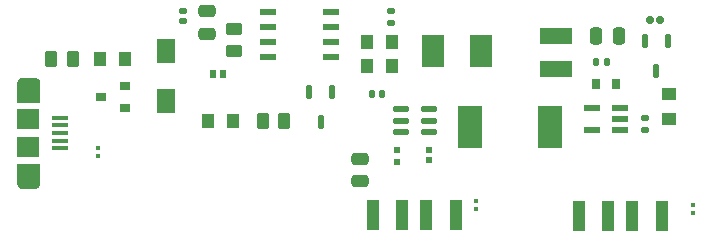
<source format=gbr>
%TF.GenerationSoftware,KiCad,Pcbnew,7.0.8*%
%TF.CreationDate,2024-10-30T19:33:40-07:00*%
%TF.ProjectId,ECE196Team13,45434531-3936-4546-9561-6d31332e6b69,1*%
%TF.SameCoordinates,Original*%
%TF.FileFunction,Paste,Top*%
%TF.FilePolarity,Positive*%
%FSLAX46Y46*%
G04 Gerber Fmt 4.6, Leading zero omitted, Abs format (unit mm)*
G04 Created by KiCad (PCBNEW 7.0.8) date 2024-10-30 19:33:40*
%MOMM*%
%LPD*%
G01*
G04 APERTURE LIST*
G04 Aperture macros list*
%AMRoundRect*
0 Rectangle with rounded corners*
0 $1 Rounding radius*
0 $2 $3 $4 $5 $6 $7 $8 $9 X,Y pos of 4 corners*
0 Add a 4 corners polygon primitive as box body*
4,1,4,$2,$3,$4,$5,$6,$7,$8,$9,$2,$3,0*
0 Add four circle primitives for the rounded corners*
1,1,$1+$1,$2,$3*
1,1,$1+$1,$4,$5*
1,1,$1+$1,$6,$7*
1,1,$1+$1,$8,$9*
0 Add four rect primitives between the rounded corners*
20,1,$1+$1,$2,$3,$4,$5,0*
20,1,$1+$1,$4,$5,$6,$7,0*
20,1,$1+$1,$6,$7,$8,$9,0*
20,1,$1+$1,$8,$9,$2,$3,0*%
G04 Aperture macros list end*
%ADD10C,0.010000*%
%ADD11RoundRect,0.158750X-0.158750X0.158750X-0.158750X-0.158750X0.158750X-0.158750X0.158750X0.158750X0*%
%ADD12R,0.790000X0.930000*%
%ADD13R,1.200000X1.100000*%
%ADD14RoundRect,0.079500X-0.100500X0.079500X-0.100500X-0.079500X0.100500X-0.079500X0.100500X0.079500X0*%
%ADD15RoundRect,0.147500X-0.147500X0.457500X-0.147500X-0.457500X0.147500X-0.457500X0.147500X0.457500X0*%
%ADD16R,0.900000X0.800000*%
%ADD17RoundRect,0.250000X0.475000X-0.250000X0.475000X0.250000X-0.475000X0.250000X-0.475000X-0.250000X0*%
%ADD18R,1.500000X2.120000*%
%ADD19RoundRect,0.250000X0.250000X0.475000X-0.250000X0.475000X-0.250000X-0.475000X0.250000X-0.475000X0*%
%ADD20RoundRect,0.143100X-0.156900X0.126900X-0.156900X-0.126900X0.156900X-0.126900X0.156900X0.126900X0*%
%ADD21RoundRect,0.143100X-0.126900X-0.156900X0.126900X-0.156900X0.126900X0.156900X-0.126900X0.156900X0*%
%ADD22RoundRect,0.135000X0.185000X-0.135000X0.185000X0.135000X-0.185000X0.135000X-0.185000X-0.135000X0*%
%ADD23RoundRect,0.135000X-0.185000X0.135000X-0.185000X-0.135000X0.185000X-0.135000X0.185000X0.135000X0*%
%ADD24RoundRect,0.147500X0.537500X0.147500X-0.537500X0.147500X-0.537500X-0.147500X0.537500X-0.147500X0*%
%ADD25RoundRect,0.250000X-0.450000X0.262500X-0.450000X-0.262500X0.450000X-0.262500X0.450000X0.262500X0*%
%ADD26RoundRect,0.079500X0.100500X-0.079500X0.100500X0.079500X-0.100500X0.079500X-0.100500X-0.079500X0*%
%ADD27RoundRect,0.250000X-0.262500X-0.450000X0.262500X-0.450000X0.262500X0.450000X-0.262500X0.450000X0*%
%ADD28R,1.100000X1.200000*%
%ADD29R,1.100000X2.500000*%
%ADD30R,2.000000X3.600000*%
%ADD31R,1.400000X0.600000*%
%ADD32RoundRect,0.250000X-0.475000X0.250000X-0.475000X-0.250000X0.475000X-0.250000X0.475000X0.250000X0*%
%ADD33R,0.600000X0.540000*%
%ADD34R,0.500000X0.475000*%
%ADD35R,0.560000X0.680000*%
%ADD36RoundRect,0.250000X0.262500X0.450000X-0.262500X0.450000X-0.262500X-0.450000X0.262500X-0.450000X0*%
%ADD37R,1.350000X0.400000*%
%ADD38R,1.900000X1.800000*%
%ADD39R,2.810000X1.370000*%
%ADD40R,1.981200X2.794000*%
%ADD41RoundRect,0.073750X0.611250X0.221250X-0.611250X0.221250X-0.611250X-0.221250X0.611250X-0.221250X0*%
%ADD42RoundRect,0.143100X0.126900X0.156900X-0.126900X0.156900X-0.126900X-0.156900X0.126900X-0.156900X0*%
G04 APERTURE END LIST*
%TO.C,I1*%
D10*
X136226500Y-48351000D02*
X136252500Y-48353000D01*
X136278500Y-48356000D01*
X136303500Y-48361000D01*
X136329500Y-48367000D01*
X136354500Y-48374000D01*
X136379500Y-48383000D01*
X136403500Y-48393000D01*
X136426500Y-48404000D01*
X136449500Y-48417000D01*
X136472500Y-48431000D01*
X136493500Y-48445000D01*
X136514500Y-48461000D01*
X136534500Y-48478000D01*
X136553500Y-48496000D01*
X136571500Y-48515000D01*
X136588500Y-48535000D01*
X136604500Y-48556000D01*
X136619500Y-48578000D01*
X136633500Y-48600000D01*
X136645500Y-48623000D01*
X136656500Y-48647000D01*
X136666500Y-48671000D01*
X136675500Y-48695000D01*
X136682500Y-48721000D01*
X136689500Y-48746000D01*
X136693500Y-48772000D01*
X136697500Y-48798000D01*
X136699500Y-48824000D01*
X136699500Y-48850000D01*
X136700000Y-50425000D01*
X136699500Y-50425000D01*
X134799500Y-50425000D01*
X134799500Y-48850000D01*
X134800500Y-48824000D01*
X134802500Y-48798000D01*
X134806500Y-48772000D01*
X134810500Y-48746000D01*
X134817500Y-48721000D01*
X134824500Y-48695000D01*
X134833500Y-48671000D01*
X134843500Y-48647000D01*
X134854500Y-48623000D01*
X134866500Y-48600000D01*
X134880500Y-48578000D01*
X134895500Y-48556000D01*
X134911500Y-48535000D01*
X134928500Y-48515000D01*
X134946500Y-48496000D01*
X134965500Y-48478000D01*
X134985500Y-48461000D01*
X135006500Y-48445000D01*
X135027500Y-48431000D01*
X135049500Y-48417000D01*
X135073500Y-48404000D01*
X135096500Y-48393000D01*
X135120500Y-48383000D01*
X135145500Y-48374000D01*
X135170500Y-48367000D01*
X135196500Y-48361000D01*
X135221500Y-48356000D01*
X135247500Y-48353000D01*
X135273500Y-48351000D01*
X135299500Y-48350000D01*
X136200500Y-48350000D01*
X136226500Y-48351000D01*
G36*
X136226500Y-48351000D02*
G01*
X136252500Y-48353000D01*
X136278500Y-48356000D01*
X136303500Y-48361000D01*
X136329500Y-48367000D01*
X136354500Y-48374000D01*
X136379500Y-48383000D01*
X136403500Y-48393000D01*
X136426500Y-48404000D01*
X136449500Y-48417000D01*
X136472500Y-48431000D01*
X136493500Y-48445000D01*
X136514500Y-48461000D01*
X136534500Y-48478000D01*
X136553500Y-48496000D01*
X136571500Y-48515000D01*
X136588500Y-48535000D01*
X136604500Y-48556000D01*
X136619500Y-48578000D01*
X136633500Y-48600000D01*
X136645500Y-48623000D01*
X136656500Y-48647000D01*
X136666500Y-48671000D01*
X136675500Y-48695000D01*
X136682500Y-48721000D01*
X136689500Y-48746000D01*
X136693500Y-48772000D01*
X136697500Y-48798000D01*
X136699500Y-48824000D01*
X136699500Y-48850000D01*
X136700000Y-50425000D01*
X136699500Y-50425000D01*
X134799500Y-50425000D01*
X134799500Y-48850000D01*
X134800500Y-48824000D01*
X134802500Y-48798000D01*
X134806500Y-48772000D01*
X134810500Y-48746000D01*
X134817500Y-48721000D01*
X134824500Y-48695000D01*
X134833500Y-48671000D01*
X134843500Y-48647000D01*
X134854500Y-48623000D01*
X134866500Y-48600000D01*
X134880500Y-48578000D01*
X134895500Y-48556000D01*
X134911500Y-48535000D01*
X134928500Y-48515000D01*
X134946500Y-48496000D01*
X134965500Y-48478000D01*
X134985500Y-48461000D01*
X135006500Y-48445000D01*
X135027500Y-48431000D01*
X135049500Y-48417000D01*
X135073500Y-48404000D01*
X135096500Y-48393000D01*
X135120500Y-48383000D01*
X135145500Y-48374000D01*
X135170500Y-48367000D01*
X135196500Y-48361000D01*
X135221500Y-48356000D01*
X135247500Y-48353000D01*
X135273500Y-48351000D01*
X135299500Y-48350000D01*
X136200500Y-48350000D01*
X136226500Y-48351000D01*
G37*
X136699500Y-57200000D02*
X136699500Y-57226000D01*
X136697500Y-57252000D01*
X136693500Y-57278000D01*
X136689500Y-57304000D01*
X136682500Y-57329000D01*
X136675500Y-57355000D01*
X136666500Y-57379000D01*
X136656500Y-57403000D01*
X136645500Y-57427000D01*
X136633500Y-57450000D01*
X136619500Y-57472000D01*
X136604500Y-57494000D01*
X136588500Y-57515000D01*
X136571500Y-57535000D01*
X136553500Y-57554000D01*
X136534500Y-57572000D01*
X136514500Y-57589000D01*
X136493500Y-57605000D01*
X136472500Y-57619000D01*
X136449500Y-57633000D01*
X136426500Y-57646000D01*
X136403500Y-57657000D01*
X136379500Y-57667000D01*
X136354500Y-57676000D01*
X136329500Y-57683000D01*
X136303500Y-57689000D01*
X136278500Y-57694000D01*
X136252500Y-57697000D01*
X136226500Y-57699000D01*
X136200500Y-57700000D01*
X135299500Y-57700000D01*
X135273500Y-57699000D01*
X135247500Y-57697000D01*
X135221500Y-57694000D01*
X135196500Y-57689000D01*
X135170500Y-57683000D01*
X135145500Y-57676000D01*
X135120500Y-57667000D01*
X135096500Y-57657000D01*
X135073500Y-57646000D01*
X135049500Y-57633000D01*
X135027500Y-57619000D01*
X135006500Y-57605000D01*
X134985500Y-57589000D01*
X134965500Y-57572000D01*
X134946500Y-57554000D01*
X134928500Y-57535000D01*
X134911500Y-57515000D01*
X134895500Y-57494000D01*
X134880500Y-57472000D01*
X134866500Y-57450000D01*
X134854500Y-57427000D01*
X134843500Y-57403000D01*
X134833500Y-57379000D01*
X134824500Y-57355000D01*
X134817500Y-57329000D01*
X134810500Y-57304000D01*
X134806500Y-57278000D01*
X134802500Y-57252000D01*
X134800500Y-57226000D01*
X134799500Y-57200000D01*
X134800000Y-55625000D01*
X136699500Y-55625000D01*
X136699500Y-57200000D01*
G36*
X136699500Y-57200000D02*
G01*
X136699500Y-57226000D01*
X136697500Y-57252000D01*
X136693500Y-57278000D01*
X136689500Y-57304000D01*
X136682500Y-57329000D01*
X136675500Y-57355000D01*
X136666500Y-57379000D01*
X136656500Y-57403000D01*
X136645500Y-57427000D01*
X136633500Y-57450000D01*
X136619500Y-57472000D01*
X136604500Y-57494000D01*
X136588500Y-57515000D01*
X136571500Y-57535000D01*
X136553500Y-57554000D01*
X136534500Y-57572000D01*
X136514500Y-57589000D01*
X136493500Y-57605000D01*
X136472500Y-57619000D01*
X136449500Y-57633000D01*
X136426500Y-57646000D01*
X136403500Y-57657000D01*
X136379500Y-57667000D01*
X136354500Y-57676000D01*
X136329500Y-57683000D01*
X136303500Y-57689000D01*
X136278500Y-57694000D01*
X136252500Y-57697000D01*
X136226500Y-57699000D01*
X136200500Y-57700000D01*
X135299500Y-57700000D01*
X135273500Y-57699000D01*
X135247500Y-57697000D01*
X135221500Y-57694000D01*
X135196500Y-57689000D01*
X135170500Y-57683000D01*
X135145500Y-57676000D01*
X135120500Y-57667000D01*
X135096500Y-57657000D01*
X135073500Y-57646000D01*
X135049500Y-57633000D01*
X135027500Y-57619000D01*
X135006500Y-57605000D01*
X134985500Y-57589000D01*
X134965500Y-57572000D01*
X134946500Y-57554000D01*
X134928500Y-57535000D01*
X134911500Y-57515000D01*
X134895500Y-57494000D01*
X134880500Y-57472000D01*
X134866500Y-57450000D01*
X134854500Y-57427000D01*
X134843500Y-57403000D01*
X134833500Y-57379000D01*
X134824500Y-57355000D01*
X134817500Y-57329000D01*
X134810500Y-57304000D01*
X134806500Y-57278000D01*
X134802500Y-57252000D01*
X134800500Y-57226000D01*
X134799500Y-57200000D01*
X134800000Y-55625000D01*
X136699500Y-55625000D01*
X136699500Y-57200000D01*
G37*
%TD*%
D11*
%TO.C,R6*%
X189269500Y-43457500D03*
X188380500Y-43457500D03*
%TD*%
D12*
%TO.C,R5*%
X185495000Y-48875000D03*
X183855000Y-48875000D03*
%TD*%
D13*
%TO.C,L4*%
X190025000Y-49725000D03*
X190025000Y-51825000D03*
%TD*%
D14*
%TO.C,C6*%
X173700000Y-58775000D03*
X173700000Y-59465000D03*
%TD*%
D15*
%TO.C,M2*%
X161445000Y-49590000D03*
X159545000Y-49590000D03*
X160495000Y-52100000D03*
%TD*%
D16*
%TO.C,M1*%
X143975000Y-50950000D03*
X143975000Y-49050000D03*
X141875000Y-50000000D03*
%TD*%
D17*
%TO.C,C4*%
X163875000Y-57100000D03*
X163875000Y-55200000D03*
%TD*%
D18*
%TO.C,D1*%
X147450000Y-50340000D03*
X147450000Y-46110000D03*
%TD*%
D19*
%TO.C,C1*%
X185725000Y-44850000D03*
X183825000Y-44850000D03*
%TD*%
D20*
%TO.C,C2a1*%
X148850000Y-42670000D03*
X148850000Y-43530000D03*
%TD*%
D21*
%TO.C,C2*%
X164845000Y-49755000D03*
X165705000Y-49755000D03*
%TD*%
D22*
%TO.C,R1b1*%
X188000000Y-52810000D03*
X188000000Y-51790000D03*
%TD*%
D23*
%TO.C,R1a1*%
X166470000Y-42660000D03*
X166470000Y-43680000D03*
%TD*%
D24*
%TO.C,U2*%
X169645000Y-52937500D03*
X169645000Y-51987500D03*
X169645000Y-51037500D03*
X167305000Y-51037500D03*
X167305000Y-51987500D03*
X167305000Y-52937500D03*
%TD*%
D25*
%TO.C,R2*%
X153145000Y-44232500D03*
X153145000Y-46057500D03*
%TD*%
D26*
%TO.C,C6a1*%
X141650000Y-54995000D03*
X141650000Y-54305000D03*
%TD*%
D27*
%TO.C,R7a1*%
X137712500Y-46775000D03*
X139537500Y-46775000D03*
%TD*%
D28*
%TO.C,L2*%
X164420000Y-47395000D03*
X166520000Y-47395000D03*
%TD*%
%TO.C,L1*%
X164420000Y-45295000D03*
X166520000Y-45295000D03*
%TD*%
D29*
%TO.C,O1*%
X171925000Y-59975000D03*
X169425000Y-59975000D03*
X167425000Y-59975000D03*
X164925000Y-59975000D03*
%TD*%
%TO.C,O2*%
X189375000Y-60025000D03*
X186875000Y-60025000D03*
X184875000Y-60025000D03*
X182375000Y-60025000D03*
%TD*%
D30*
%TO.C,D2*%
X173162500Y-52525000D03*
X179962500Y-52525000D03*
%TD*%
D31*
%TO.C,U1*%
X156020000Y-42815000D03*
X156020000Y-44085000D03*
X156020000Y-45355000D03*
X156020000Y-46625000D03*
X161420000Y-46625000D03*
X161420000Y-45355000D03*
X161420000Y-44085000D03*
X161420000Y-42815000D03*
%TD*%
D15*
%TO.C,M2*%
X189875000Y-45265000D03*
X187975000Y-45265000D03*
X188925000Y-47775000D03*
%TD*%
D32*
%TO.C,C1a1*%
X150925000Y-42725000D03*
X150925000Y-44625000D03*
%TD*%
D26*
%TO.C,C6*%
X192060000Y-59800000D03*
X192060000Y-59110000D03*
%TD*%
D33*
%TO.C,R3*%
X169700000Y-55319500D03*
X169700000Y-54455500D03*
%TD*%
D34*
%TO.C,R4*%
X166950000Y-54438500D03*
X166950000Y-55462500D03*
%TD*%
D35*
%TO.C,C3*%
X152280000Y-48045000D03*
X151360000Y-48045000D03*
%TD*%
D36*
%TO.C,R7b1*%
X157425000Y-52000000D03*
X155600000Y-52000000D03*
%TD*%
D37*
%TO.C,I1*%
X138425000Y-51725000D03*
X138425000Y-52375000D03*
X138425000Y-53025000D03*
X138425000Y-53675000D03*
X138425000Y-54325000D03*
D38*
X135750000Y-51875000D03*
X135750000Y-54175000D03*
%TD*%
D28*
%TO.C,L3*%
X150975000Y-52050000D03*
X153075000Y-52050000D03*
%TD*%
D39*
%TO.C,C5*%
X180425000Y-47620000D03*
X180425000Y-44780000D03*
%TD*%
D40*
%TO.C,L1x1*%
X170036000Y-46100000D03*
X174100000Y-46100000D03*
%TD*%
D41*
%TO.C,U3*%
X185850000Y-52800000D03*
X185850000Y-51850000D03*
X185850000Y-50900000D03*
X183500000Y-50900000D03*
X183500000Y-52800000D03*
%TD*%
D28*
%TO.C,L5*%
X143950000Y-46775000D03*
X141850000Y-46775000D03*
%TD*%
D42*
%TO.C,C2*%
X184710000Y-47025000D03*
X183850000Y-47025000D03*
%TD*%
M02*

</source>
